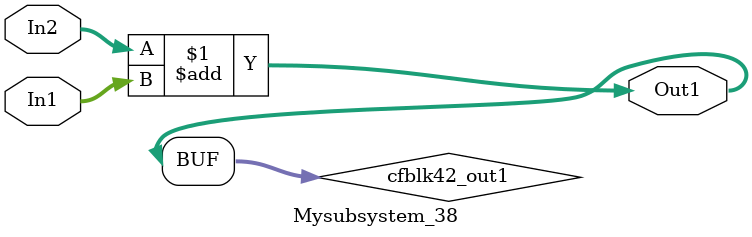
<source format=v>



`timescale 1 ns / 1 ns

module Mysubsystem_38
          (In1,
           In2,
           Out1);


  input   [7:0] In1;  // uint8
  input   [7:0] In2;  // uint8
  output  [7:0] Out1;  // uint8


  wire [7:0] cfblk42_out1;  // uint8


  assign cfblk42_out1 = In2 + In1;



  assign Out1 = cfblk42_out1;

endmodule  // Mysubsystem_38


</source>
